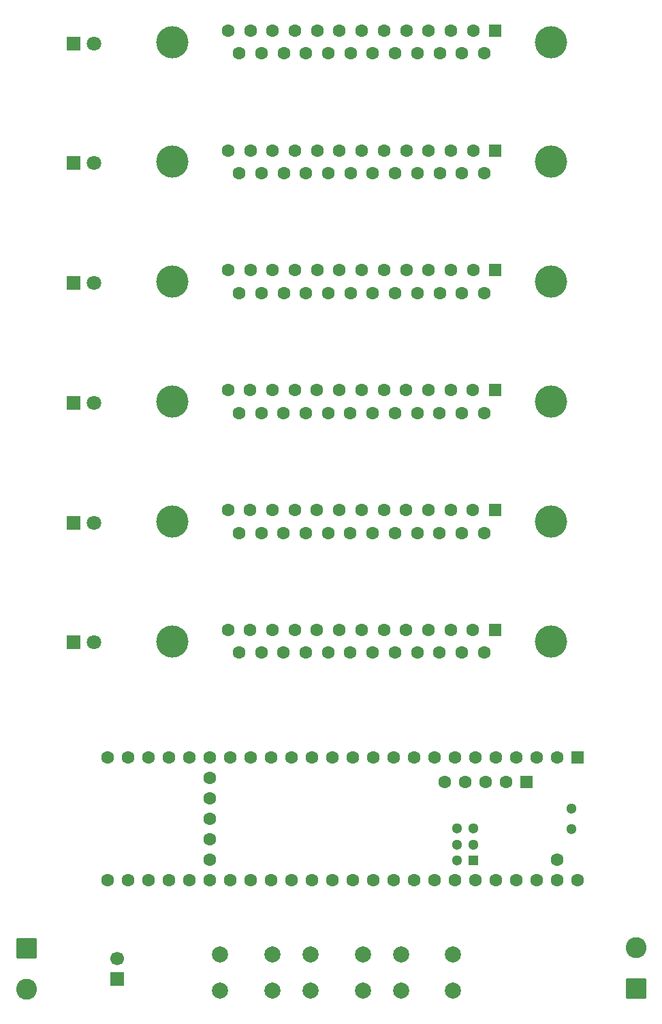
<source format=gbr>
%TF.GenerationSoftware,KiCad,Pcbnew,9.0.5*%
%TF.CreationDate,2025-11-20T14:08:09-05:00*%
%TF.ProjectId,Teensy_MotorShield,5465656e-7379-45f4-9d6f-746f72536869,rev?*%
%TF.SameCoordinates,Original*%
%TF.FileFunction,Soldermask,Bot*%
%TF.FilePolarity,Negative*%
%FSLAX46Y46*%
G04 Gerber Fmt 4.6, Leading zero omitted, Abs format (unit mm)*
G04 Created by KiCad (PCBNEW 9.0.5) date 2025-11-20 14:08:09*
%MOMM*%
%LPD*%
G01*
G04 APERTURE LIST*
G04 Aperture macros list*
%AMRoundRect*
0 Rectangle with rounded corners*
0 $1 Rounding radius*
0 $2 $3 $4 $5 $6 $7 $8 $9 X,Y pos of 4 corners*
0 Add a 4 corners polygon primitive as box body*
4,1,4,$2,$3,$4,$5,$6,$7,$8,$9,$2,$3,0*
0 Add four circle primitives for the rounded corners*
1,1,$1+$1,$2,$3*
1,1,$1+$1,$4,$5*
1,1,$1+$1,$6,$7*
1,1,$1+$1,$8,$9*
0 Add four rect primitives between the rounded corners*
20,1,$1+$1,$2,$3,$4,$5,0*
20,1,$1+$1,$4,$5,$6,$7,0*
20,1,$1+$1,$6,$7,$8,$9,0*
20,1,$1+$1,$8,$9,$2,$3,0*%
G04 Aperture macros list end*
%ADD10R,1.800000X1.800000*%
%ADD11C,1.800000*%
%ADD12C,2.000000*%
%ADD13C,4.000000*%
%ADD14R,1.600000X1.600000*%
%ADD15C,1.600000*%
%ADD16RoundRect,0.250000X-1.050000X1.050000X-1.050000X-1.050000X1.050000X-1.050000X1.050000X1.050000X0*%
%ADD17C,2.600000*%
%ADD18R,1.300000X1.300000*%
%ADD19C,1.300000*%
%ADD20R,1.700000X1.700000*%
%ADD21C,1.700000*%
%ADD22RoundRect,0.250000X1.050000X-1.050000X1.050000X1.050000X-1.050000X1.050000X-1.050000X-1.050000X0*%
G04 APERTURE END LIST*
D10*
%TO.C,D6*%
X120535000Y-109988961D03*
D11*
X123075000Y-109988961D03*
%TD*%
D10*
%TO.C,D3*%
X120535000Y-65344872D03*
D11*
X123075000Y-65344872D03*
%TD*%
D12*
%TO.C,BTN2*%
X150000000Y-148750000D03*
X156500000Y-148750000D03*
X150000000Y-153250000D03*
X156500000Y-153250000D03*
%TD*%
D13*
%TO.C,Axis5*%
X132805000Y-94945452D03*
X179905000Y-94945452D03*
D14*
X172975000Y-93525452D03*
D15*
X170205000Y-93525452D03*
X167435000Y-93525452D03*
X164665000Y-93525452D03*
X161895000Y-93525452D03*
X159125000Y-93525452D03*
X156355000Y-93525452D03*
X153585000Y-93525452D03*
X150815000Y-93525452D03*
X148045000Y-93525452D03*
X145275000Y-93525452D03*
X142505000Y-93525452D03*
X139735000Y-93525452D03*
X171590000Y-96365452D03*
X168820000Y-96365452D03*
X166050000Y-96365452D03*
X163280000Y-96365452D03*
X160510000Y-96365452D03*
X157740000Y-96365452D03*
X154970000Y-96365452D03*
X152200000Y-96365452D03*
X149430000Y-96365452D03*
X146660000Y-96365452D03*
X143890000Y-96365452D03*
X141120000Y-96365452D03*
%TD*%
D12*
%TO.C,BTN3*%
X161250000Y-148750000D03*
X167750000Y-148750000D03*
X161250000Y-153250000D03*
X167750000Y-153250000D03*
%TD*%
D13*
%TO.C,Axis1*%
X132830000Y-35420000D03*
X179930000Y-35420000D03*
D14*
X173000000Y-34000000D03*
D15*
X170230000Y-34000000D03*
X167460000Y-34000000D03*
X164690000Y-34000000D03*
X161920000Y-34000000D03*
X159150000Y-34000000D03*
X156380000Y-34000000D03*
X153610000Y-34000000D03*
X150840000Y-34000000D03*
X148070000Y-34000000D03*
X145300000Y-34000000D03*
X142530000Y-34000000D03*
X139760000Y-34000000D03*
X171615000Y-36840000D03*
X168845000Y-36840000D03*
X166075000Y-36840000D03*
X163305000Y-36840000D03*
X160535000Y-36840000D03*
X157765000Y-36840000D03*
X154995000Y-36840000D03*
X152225000Y-36840000D03*
X149455000Y-36840000D03*
X146685000Y-36840000D03*
X143915000Y-36840000D03*
X141145000Y-36840000D03*
%TD*%
D12*
%TO.C,BTN1*%
X138750000Y-148750000D03*
X145250000Y-148750000D03*
X138750000Y-153250000D03*
X145250000Y-153250000D03*
%TD*%
D16*
%TO.C,J1*%
X114672500Y-147955000D03*
D17*
X114672500Y-153035000D03*
%TD*%
D14*
%TO.C,U1*%
X183200000Y-124260000D03*
D15*
X180660000Y-124260000D03*
X178120000Y-124260000D03*
X175580000Y-124260000D03*
X173040000Y-124260000D03*
X170500000Y-124260000D03*
X167960000Y-124260000D03*
X165420000Y-124260000D03*
X162880000Y-124260000D03*
X160340000Y-124260000D03*
X157800000Y-124260000D03*
X155260000Y-124260000D03*
X152720000Y-124260000D03*
X150180000Y-124260000D03*
X147640000Y-124260000D03*
X145100000Y-124260000D03*
X142560000Y-124260000D03*
X140020000Y-124260000D03*
X137480000Y-124260000D03*
X134940000Y-124260000D03*
X132400000Y-124260000D03*
X129860000Y-124260000D03*
X127320000Y-124260000D03*
X124780000Y-124260000D03*
X124780000Y-139500000D03*
X127320000Y-139500000D03*
X129860000Y-139500000D03*
X132400000Y-139500000D03*
X134940000Y-139500000D03*
X137480000Y-139500000D03*
X140020000Y-139500000D03*
X142560000Y-139500000D03*
X145100000Y-139500000D03*
X147640000Y-139500000D03*
X150180000Y-139500000D03*
X152720000Y-139500000D03*
X155260000Y-139500000D03*
X157800000Y-139500000D03*
X160340000Y-139500000D03*
X162880000Y-139500000D03*
X165420000Y-139500000D03*
X167960000Y-139500000D03*
X170500000Y-139500000D03*
X173040000Y-139500000D03*
X175580000Y-139500000D03*
X178120000Y-139500000D03*
X180660000Y-139500000D03*
X183200000Y-139500000D03*
X180660000Y-136960000D03*
X137480000Y-126800000D03*
X137480000Y-129340000D03*
X137480000Y-131880000D03*
X137480000Y-134420000D03*
X137480000Y-136960000D03*
D14*
X176900800Y-127310800D03*
D15*
X174360800Y-127310800D03*
X171820800Y-127310800D03*
X169280800Y-127310800D03*
X166740800Y-127310800D03*
D18*
X170230000Y-137061600D03*
D19*
X170230000Y-135061600D03*
X170230000Y-133061600D03*
X168230000Y-133061600D03*
X168230000Y-135061600D03*
X168230000Y-137061600D03*
X182470000Y-133150000D03*
X182470000Y-130610000D03*
%TD*%
D10*
%TO.C,D1*%
X120535000Y-35582146D03*
D11*
X123075000Y-35582146D03*
%TD*%
D10*
%TO.C,D5*%
X120535000Y-95107598D03*
D11*
X123075000Y-95107598D03*
%TD*%
D20*
%TO.C,J2*%
X126000000Y-151775000D03*
D21*
X126000000Y-149235000D03*
%TD*%
D10*
%TO.C,D2*%
X120535000Y-50463509D03*
D11*
X123075000Y-50463509D03*
%TD*%
D13*
%TO.C,Axis2*%
X132830000Y-50301363D03*
X179930000Y-50301363D03*
D14*
X173000000Y-48881363D03*
D15*
X170230000Y-48881363D03*
X167460000Y-48881363D03*
X164690000Y-48881363D03*
X161920000Y-48881363D03*
X159150000Y-48881363D03*
X156380000Y-48881363D03*
X153610000Y-48881363D03*
X150840000Y-48881363D03*
X148070000Y-48881363D03*
X145300000Y-48881363D03*
X142530000Y-48881363D03*
X139760000Y-48881363D03*
X171615000Y-51721363D03*
X168845000Y-51721363D03*
X166075000Y-51721363D03*
X163305000Y-51721363D03*
X160535000Y-51721363D03*
X157765000Y-51721363D03*
X154995000Y-51721363D03*
X152225000Y-51721363D03*
X149455000Y-51721363D03*
X146685000Y-51721363D03*
X143915000Y-51721363D03*
X141145000Y-51721363D03*
%TD*%
D10*
%TO.C,D4*%
X120535000Y-80226235D03*
D11*
X123075000Y-80226235D03*
%TD*%
D22*
%TO.C,J3*%
X190500000Y-153000000D03*
D17*
X190500000Y-147920000D03*
%TD*%
D13*
%TO.C,Axis6*%
X132805000Y-109826815D03*
X179905000Y-109826815D03*
D14*
X172975000Y-108406815D03*
D15*
X170205000Y-108406815D03*
X167435000Y-108406815D03*
X164665000Y-108406815D03*
X161895000Y-108406815D03*
X159125000Y-108406815D03*
X156355000Y-108406815D03*
X153585000Y-108406815D03*
X150815000Y-108406815D03*
X148045000Y-108406815D03*
X145275000Y-108406815D03*
X142505000Y-108406815D03*
X139735000Y-108406815D03*
X171590000Y-111246815D03*
X168820000Y-111246815D03*
X166050000Y-111246815D03*
X163280000Y-111246815D03*
X160510000Y-111246815D03*
X157740000Y-111246815D03*
X154970000Y-111246815D03*
X152200000Y-111246815D03*
X149430000Y-111246815D03*
X146660000Y-111246815D03*
X143890000Y-111246815D03*
X141120000Y-111246815D03*
%TD*%
D13*
%TO.C,Axis3*%
X132830000Y-65182726D03*
X179930000Y-65182726D03*
D14*
X173000000Y-63762726D03*
D15*
X170230000Y-63762726D03*
X167460000Y-63762726D03*
X164690000Y-63762726D03*
X161920000Y-63762726D03*
X159150000Y-63762726D03*
X156380000Y-63762726D03*
X153610000Y-63762726D03*
X150840000Y-63762726D03*
X148070000Y-63762726D03*
X145300000Y-63762726D03*
X142530000Y-63762726D03*
X139760000Y-63762726D03*
X171615000Y-66602726D03*
X168845000Y-66602726D03*
X166075000Y-66602726D03*
X163305000Y-66602726D03*
X160535000Y-66602726D03*
X157765000Y-66602726D03*
X154995000Y-66602726D03*
X152225000Y-66602726D03*
X149455000Y-66602726D03*
X146685000Y-66602726D03*
X143915000Y-66602726D03*
X141145000Y-66602726D03*
%TD*%
D13*
%TO.C,Axis4*%
X132805000Y-80064089D03*
X179905000Y-80064089D03*
D14*
X172975000Y-78644089D03*
D15*
X170205000Y-78644089D03*
X167435000Y-78644089D03*
X164665000Y-78644089D03*
X161895000Y-78644089D03*
X159125000Y-78644089D03*
X156355000Y-78644089D03*
X153585000Y-78644089D03*
X150815000Y-78644089D03*
X148045000Y-78644089D03*
X145275000Y-78644089D03*
X142505000Y-78644089D03*
X139735000Y-78644089D03*
X171590000Y-81484089D03*
X168820000Y-81484089D03*
X166050000Y-81484089D03*
X163280000Y-81484089D03*
X160510000Y-81484089D03*
X157740000Y-81484089D03*
X154970000Y-81484089D03*
X152200000Y-81484089D03*
X149430000Y-81484089D03*
X146660000Y-81484089D03*
X143890000Y-81484089D03*
X141120000Y-81484089D03*
%TD*%
M02*

</source>
